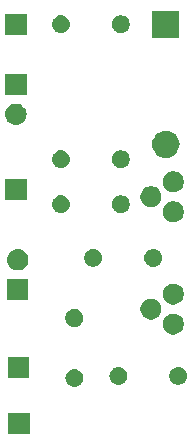
<source format=gbr>
G04 #@! TF.GenerationSoftware,KiCad,Pcbnew,(5.1.2)-2*
G04 #@! TF.CreationDate,2019-08-05T00:07:49-07:00*
G04 #@! TF.ProjectId,Pi LED and FAN,5069204c-4544-4206-916e-642046414e2e,rev?*
G04 #@! TF.SameCoordinates,Original*
G04 #@! TF.FileFunction,Soldermask,Top*
G04 #@! TF.FilePolarity,Negative*
%FSLAX46Y46*%
G04 Gerber Fmt 4.6, Leading zero omitted, Abs format (unit mm)*
G04 Created by KiCad (PCBNEW (5.1.2)-2) date 2019-08-05 00:07:49*
%MOMM*%
%LPD*%
G04 APERTURE LIST*
%ADD10C,0.100000*%
G04 APERTURE END LIST*
D10*
G36*
X123075000Y-113423000D02*
G01*
X121273000Y-113423000D01*
X121273000Y-111621000D01*
X123075000Y-111621000D01*
X123075000Y-113423000D01*
X123075000Y-113423000D01*
G37*
G36*
X126943665Y-107952622D02*
G01*
X127017222Y-107959867D01*
X127158786Y-108002810D01*
X127289252Y-108072546D01*
X127319040Y-108096992D01*
X127403607Y-108166393D01*
X127473008Y-108250960D01*
X127497454Y-108280748D01*
X127567190Y-108411214D01*
X127610133Y-108552778D01*
X127624633Y-108700000D01*
X127610133Y-108847222D01*
X127567190Y-108988786D01*
X127497454Y-109119252D01*
X127474309Y-109147454D01*
X127403607Y-109233607D01*
X127319040Y-109303008D01*
X127289252Y-109327454D01*
X127158786Y-109397190D01*
X127017222Y-109440133D01*
X126943665Y-109447378D01*
X126906888Y-109451000D01*
X126833112Y-109451000D01*
X126796335Y-109447378D01*
X126722778Y-109440133D01*
X126581214Y-109397190D01*
X126450748Y-109327454D01*
X126420960Y-109303008D01*
X126336393Y-109233607D01*
X126265691Y-109147454D01*
X126242546Y-109119252D01*
X126172810Y-108988786D01*
X126129867Y-108847222D01*
X126115367Y-108700000D01*
X126129867Y-108552778D01*
X126172810Y-108411214D01*
X126242546Y-108280748D01*
X126266992Y-108250960D01*
X126336393Y-108166393D01*
X126420960Y-108096992D01*
X126450748Y-108072546D01*
X126581214Y-108002810D01*
X126722778Y-107959867D01*
X126796335Y-107952622D01*
X126833112Y-107949000D01*
X126906888Y-107949000D01*
X126943665Y-107952622D01*
X126943665Y-107952622D01*
G37*
G36*
X135889059Y-107797860D02*
G01*
X135949294Y-107822810D01*
X136025732Y-107854472D01*
X136148735Y-107936660D01*
X136253340Y-108041265D01*
X136335528Y-108164268D01*
X136392140Y-108300941D01*
X136421000Y-108446033D01*
X136421000Y-108593967D01*
X136392140Y-108739059D01*
X136335528Y-108875732D01*
X136253340Y-108998735D01*
X136148735Y-109103340D01*
X136025732Y-109185528D01*
X136025731Y-109185529D01*
X136025730Y-109185529D01*
X135889059Y-109242140D01*
X135743968Y-109271000D01*
X135596032Y-109271000D01*
X135450941Y-109242140D01*
X135314270Y-109185529D01*
X135314269Y-109185529D01*
X135314268Y-109185528D01*
X135191265Y-109103340D01*
X135086660Y-108998735D01*
X135004472Y-108875732D01*
X134947860Y-108739059D01*
X134919000Y-108593967D01*
X134919000Y-108446033D01*
X134947860Y-108300941D01*
X135004472Y-108164268D01*
X135086660Y-108041265D01*
X135191265Y-107936660D01*
X135314268Y-107854472D01*
X135390707Y-107822810D01*
X135450941Y-107797860D01*
X135596032Y-107769000D01*
X135743968Y-107769000D01*
X135889059Y-107797860D01*
X135889059Y-107797860D01*
G37*
G36*
X130663665Y-107772622D02*
G01*
X130737222Y-107779867D01*
X130878786Y-107822810D01*
X131009252Y-107892546D01*
X131039040Y-107916992D01*
X131123607Y-107986393D01*
X131193008Y-108070960D01*
X131217454Y-108100748D01*
X131287190Y-108231214D01*
X131330133Y-108372778D01*
X131344633Y-108520000D01*
X131330133Y-108667222D01*
X131287190Y-108808786D01*
X131217454Y-108939252D01*
X131193008Y-108969040D01*
X131123607Y-109053607D01*
X131063004Y-109103341D01*
X131009252Y-109147454D01*
X130878786Y-109217190D01*
X130737222Y-109260133D01*
X130663665Y-109267378D01*
X130626888Y-109271000D01*
X130553112Y-109271000D01*
X130516335Y-109267378D01*
X130442778Y-109260133D01*
X130301214Y-109217190D01*
X130170748Y-109147454D01*
X130116996Y-109103341D01*
X130056393Y-109053607D01*
X129986992Y-108969040D01*
X129962546Y-108939252D01*
X129892810Y-108808786D01*
X129849867Y-108667222D01*
X129835367Y-108520000D01*
X129849867Y-108372778D01*
X129892810Y-108231214D01*
X129962546Y-108100748D01*
X129986992Y-108070960D01*
X130056393Y-107986393D01*
X130140960Y-107916992D01*
X130170748Y-107892546D01*
X130301214Y-107822810D01*
X130442778Y-107779867D01*
X130516335Y-107772622D01*
X130553112Y-107769000D01*
X130626888Y-107769000D01*
X130663665Y-107772622D01*
X130663665Y-107772622D01*
G37*
G36*
X123071000Y-108721000D02*
G01*
X121269000Y-108721000D01*
X121269000Y-106919000D01*
X123071000Y-106919000D01*
X123071000Y-108721000D01*
X123071000Y-108721000D01*
G37*
G36*
X135514369Y-103284971D02*
G01*
X135676195Y-103352002D01*
X135821829Y-103449311D01*
X135945689Y-103573171D01*
X136042998Y-103718805D01*
X136110029Y-103880631D01*
X136144200Y-104052420D01*
X136144200Y-104227580D01*
X136110029Y-104399369D01*
X136042998Y-104561195D01*
X135945689Y-104706829D01*
X135821829Y-104830689D01*
X135676195Y-104927998D01*
X135514369Y-104995029D01*
X135342580Y-105029200D01*
X135167420Y-105029200D01*
X134995631Y-104995029D01*
X134833805Y-104927998D01*
X134688171Y-104830689D01*
X134564311Y-104706829D01*
X134467002Y-104561195D01*
X134399971Y-104399369D01*
X134365800Y-104227580D01*
X134365800Y-104052420D01*
X134399971Y-103880631D01*
X134467002Y-103718805D01*
X134564311Y-103573171D01*
X134688171Y-103449311D01*
X134833805Y-103352002D01*
X134995631Y-103284971D01*
X135167420Y-103250800D01*
X135342580Y-103250800D01*
X135514369Y-103284971D01*
X135514369Y-103284971D01*
G37*
G36*
X127089059Y-102897860D02*
G01*
X127225732Y-102954472D01*
X127348735Y-103036660D01*
X127453340Y-103141265D01*
X127453341Y-103141267D01*
X127535529Y-103264270D01*
X127544104Y-103284972D01*
X127592140Y-103400941D01*
X127621000Y-103546033D01*
X127621000Y-103693967D01*
X127592140Y-103839059D01*
X127535528Y-103975732D01*
X127453340Y-104098735D01*
X127348735Y-104203340D01*
X127225732Y-104285528D01*
X127225731Y-104285529D01*
X127225730Y-104285529D01*
X127089059Y-104342140D01*
X126943968Y-104371000D01*
X126796032Y-104371000D01*
X126650941Y-104342140D01*
X126514270Y-104285529D01*
X126514269Y-104285529D01*
X126514268Y-104285528D01*
X126391265Y-104203340D01*
X126286660Y-104098735D01*
X126204472Y-103975732D01*
X126147860Y-103839059D01*
X126119000Y-103693967D01*
X126119000Y-103546033D01*
X126147860Y-103400941D01*
X126195896Y-103284972D01*
X126204471Y-103264270D01*
X126286659Y-103141267D01*
X126286660Y-103141265D01*
X126391265Y-103036660D01*
X126514268Y-102954472D01*
X126650941Y-102897860D01*
X126796032Y-102869000D01*
X126943968Y-102869000D01*
X127089059Y-102897860D01*
X127089059Y-102897860D01*
G37*
G36*
X133609369Y-102014971D02*
G01*
X133771195Y-102082002D01*
X133916829Y-102179311D01*
X134040689Y-102303171D01*
X134137998Y-102448805D01*
X134205029Y-102610631D01*
X134239200Y-102782420D01*
X134239200Y-102957580D01*
X134205029Y-103129369D01*
X134137998Y-103291195D01*
X134040689Y-103436829D01*
X133916829Y-103560689D01*
X133771195Y-103657998D01*
X133609369Y-103725029D01*
X133437580Y-103759200D01*
X133262420Y-103759200D01*
X133090631Y-103725029D01*
X132928805Y-103657998D01*
X132783171Y-103560689D01*
X132659311Y-103436829D01*
X132562002Y-103291195D01*
X132494971Y-103129369D01*
X132460800Y-102957580D01*
X132460800Y-102782420D01*
X132494971Y-102610631D01*
X132562002Y-102448805D01*
X132659311Y-102303171D01*
X132783171Y-102179311D01*
X132928805Y-102082002D01*
X133090631Y-102014971D01*
X133262420Y-101980800D01*
X133437580Y-101980800D01*
X133609369Y-102014971D01*
X133609369Y-102014971D01*
G37*
G36*
X135514369Y-100744971D02*
G01*
X135676195Y-100812002D01*
X135821829Y-100909311D01*
X135945689Y-101033171D01*
X136042998Y-101178805D01*
X136110029Y-101340631D01*
X136144200Y-101512420D01*
X136144200Y-101687580D01*
X136110029Y-101859369D01*
X136042998Y-102021195D01*
X135945689Y-102166829D01*
X135821829Y-102290689D01*
X135676195Y-102387998D01*
X135514369Y-102455029D01*
X135342580Y-102489200D01*
X135167420Y-102489200D01*
X134995631Y-102455029D01*
X134833805Y-102387998D01*
X134688171Y-102290689D01*
X134564311Y-102166829D01*
X134467002Y-102021195D01*
X134399971Y-101859369D01*
X134365800Y-101687580D01*
X134365800Y-101512420D01*
X134399971Y-101340631D01*
X134467002Y-101178805D01*
X134564311Y-101033171D01*
X134688171Y-100909311D01*
X134833805Y-100812002D01*
X134995631Y-100744971D01*
X135167420Y-100710800D01*
X135342580Y-100710800D01*
X135514369Y-100744971D01*
X135514369Y-100744971D01*
G37*
G36*
X122971000Y-102121000D02*
G01*
X121169000Y-102121000D01*
X121169000Y-100319000D01*
X122971000Y-100319000D01*
X122971000Y-102121000D01*
X122971000Y-102121000D01*
G37*
G36*
X122180443Y-97785519D02*
G01*
X122246627Y-97792037D01*
X122416466Y-97843557D01*
X122572991Y-97927222D01*
X122584491Y-97936660D01*
X122710186Y-98039814D01*
X122793448Y-98141271D01*
X122822778Y-98177009D01*
X122906443Y-98333534D01*
X122957963Y-98503373D01*
X122975359Y-98680000D01*
X122957963Y-98856627D01*
X122906443Y-99026466D01*
X122822778Y-99182991D01*
X122820695Y-99185529D01*
X122710186Y-99320186D01*
X122608729Y-99403448D01*
X122572991Y-99432778D01*
X122416466Y-99516443D01*
X122246627Y-99567963D01*
X122180443Y-99574481D01*
X122114260Y-99581000D01*
X122025740Y-99581000D01*
X121959558Y-99574482D01*
X121893373Y-99567963D01*
X121723534Y-99516443D01*
X121567009Y-99432778D01*
X121531271Y-99403448D01*
X121429814Y-99320186D01*
X121319305Y-99185529D01*
X121317222Y-99182991D01*
X121233557Y-99026466D01*
X121182037Y-98856627D01*
X121164641Y-98680000D01*
X121182037Y-98503373D01*
X121233557Y-98333534D01*
X121317222Y-98177009D01*
X121346552Y-98141271D01*
X121429814Y-98039814D01*
X121555509Y-97936660D01*
X121567009Y-97927222D01*
X121723534Y-97843557D01*
X121893373Y-97792037D01*
X121959557Y-97785519D01*
X122025740Y-97779000D01*
X122114260Y-97779000D01*
X122180443Y-97785519D01*
X122180443Y-97785519D01*
G37*
G36*
X128689059Y-97797860D02*
G01*
X128799384Y-97843558D01*
X128825732Y-97854472D01*
X128948735Y-97936660D01*
X129053340Y-98041265D01*
X129135528Y-98164268D01*
X129135529Y-98164270D01*
X129192140Y-98300941D01*
X129221000Y-98446032D01*
X129221000Y-98593968D01*
X129192140Y-98739059D01*
X129143443Y-98856625D01*
X129135528Y-98875732D01*
X129053340Y-98998735D01*
X128948735Y-99103340D01*
X128825732Y-99185528D01*
X128825731Y-99185529D01*
X128825730Y-99185529D01*
X128689059Y-99242140D01*
X128543968Y-99271000D01*
X128396032Y-99271000D01*
X128250941Y-99242140D01*
X128114270Y-99185529D01*
X128114269Y-99185529D01*
X128114268Y-99185528D01*
X127991265Y-99103340D01*
X127886660Y-98998735D01*
X127804472Y-98875732D01*
X127796558Y-98856625D01*
X127747860Y-98739059D01*
X127719000Y-98593968D01*
X127719000Y-98446032D01*
X127747860Y-98300941D01*
X127804471Y-98164270D01*
X127804472Y-98164268D01*
X127886660Y-98041265D01*
X127991265Y-97936660D01*
X128114268Y-97854472D01*
X128140617Y-97843558D01*
X128250941Y-97797860D01*
X128396032Y-97769000D01*
X128543968Y-97769000D01*
X128689059Y-97797860D01*
X128689059Y-97797860D01*
G37*
G36*
X133623665Y-97772622D02*
G01*
X133697222Y-97779867D01*
X133838786Y-97822810D01*
X133969252Y-97892546D01*
X133999040Y-97916992D01*
X134083607Y-97986393D01*
X134153008Y-98070960D01*
X134177454Y-98100748D01*
X134247190Y-98231214D01*
X134290133Y-98372778D01*
X134304633Y-98520000D01*
X134290133Y-98667222D01*
X134247190Y-98808786D01*
X134177454Y-98939252D01*
X134153008Y-98969040D01*
X134083607Y-99053607D01*
X134023004Y-99103341D01*
X133969252Y-99147454D01*
X133838786Y-99217190D01*
X133697222Y-99260133D01*
X133623665Y-99267378D01*
X133586888Y-99271000D01*
X133513112Y-99271000D01*
X133476335Y-99267378D01*
X133402778Y-99260133D01*
X133261214Y-99217190D01*
X133130748Y-99147454D01*
X133076996Y-99103341D01*
X133016393Y-99053607D01*
X132946992Y-98969040D01*
X132922546Y-98939252D01*
X132852810Y-98808786D01*
X132809867Y-98667222D01*
X132795367Y-98520000D01*
X132809867Y-98372778D01*
X132852810Y-98231214D01*
X132922546Y-98100748D01*
X132946992Y-98070960D01*
X133016393Y-97986393D01*
X133100960Y-97916992D01*
X133130748Y-97892546D01*
X133261214Y-97822810D01*
X133402778Y-97779867D01*
X133476335Y-97772622D01*
X133513112Y-97769000D01*
X133586888Y-97769000D01*
X133623665Y-97772622D01*
X133623665Y-97772622D01*
G37*
G36*
X135514369Y-93759971D02*
G01*
X135676195Y-93827002D01*
X135821829Y-93924311D01*
X135945689Y-94048171D01*
X136042998Y-94193805D01*
X136110029Y-94355631D01*
X136144200Y-94527420D01*
X136144200Y-94702580D01*
X136110029Y-94874369D01*
X136042998Y-95036195D01*
X135945689Y-95181829D01*
X135821829Y-95305689D01*
X135676195Y-95402998D01*
X135514369Y-95470029D01*
X135342580Y-95504200D01*
X135167420Y-95504200D01*
X134995631Y-95470029D01*
X134833805Y-95402998D01*
X134688171Y-95305689D01*
X134564311Y-95181829D01*
X134467002Y-95036195D01*
X134399971Y-94874369D01*
X134365800Y-94702580D01*
X134365800Y-94527420D01*
X134399971Y-94355631D01*
X134467002Y-94193805D01*
X134564311Y-94048171D01*
X134688171Y-93924311D01*
X134833805Y-93827002D01*
X134995631Y-93759971D01*
X135167420Y-93725800D01*
X135342580Y-93725800D01*
X135514369Y-93759971D01*
X135514369Y-93759971D01*
G37*
G36*
X131029059Y-93257860D02*
G01*
X131089294Y-93282810D01*
X131165732Y-93314472D01*
X131288735Y-93396660D01*
X131393340Y-93501265D01*
X131475528Y-93624268D01*
X131532140Y-93760941D01*
X131561000Y-93906033D01*
X131561000Y-94053967D01*
X131532140Y-94199059D01*
X131475528Y-94335732D01*
X131393340Y-94458735D01*
X131288735Y-94563340D01*
X131165732Y-94645528D01*
X131165731Y-94645529D01*
X131165730Y-94645529D01*
X131029059Y-94702140D01*
X130883968Y-94731000D01*
X130736032Y-94731000D01*
X130590941Y-94702140D01*
X130454270Y-94645529D01*
X130454269Y-94645529D01*
X130454268Y-94645528D01*
X130331265Y-94563340D01*
X130226660Y-94458735D01*
X130144472Y-94335732D01*
X130087860Y-94199059D01*
X130059000Y-94053967D01*
X130059000Y-93906033D01*
X130087860Y-93760941D01*
X130144472Y-93624268D01*
X130226660Y-93501265D01*
X130331265Y-93396660D01*
X130454268Y-93314472D01*
X130530707Y-93282810D01*
X130590941Y-93257860D01*
X130736032Y-93229000D01*
X130883968Y-93229000D01*
X131029059Y-93257860D01*
X131029059Y-93257860D01*
G37*
G36*
X125803665Y-93232622D02*
G01*
X125877222Y-93239867D01*
X126018786Y-93282810D01*
X126149252Y-93352546D01*
X126179040Y-93376992D01*
X126263607Y-93446393D01*
X126333008Y-93530960D01*
X126357454Y-93560748D01*
X126427190Y-93691214D01*
X126470133Y-93832778D01*
X126484633Y-93980000D01*
X126470133Y-94127222D01*
X126427190Y-94268786D01*
X126357454Y-94399252D01*
X126333008Y-94429040D01*
X126263607Y-94513607D01*
X126203004Y-94563341D01*
X126149252Y-94607454D01*
X126018786Y-94677190D01*
X125877222Y-94720133D01*
X125803665Y-94727378D01*
X125766888Y-94731000D01*
X125693112Y-94731000D01*
X125656335Y-94727378D01*
X125582778Y-94720133D01*
X125441214Y-94677190D01*
X125310748Y-94607454D01*
X125256996Y-94563341D01*
X125196393Y-94513607D01*
X125126992Y-94429040D01*
X125102546Y-94399252D01*
X125032810Y-94268786D01*
X124989867Y-94127222D01*
X124975367Y-93980000D01*
X124989867Y-93832778D01*
X125032810Y-93691214D01*
X125102546Y-93560748D01*
X125126992Y-93530960D01*
X125196393Y-93446393D01*
X125280960Y-93376992D01*
X125310748Y-93352546D01*
X125441214Y-93282810D01*
X125582778Y-93239867D01*
X125656335Y-93232622D01*
X125693112Y-93229000D01*
X125766888Y-93229000D01*
X125803665Y-93232622D01*
X125803665Y-93232622D01*
G37*
G36*
X133609369Y-92489971D02*
G01*
X133771195Y-92557002D01*
X133916829Y-92654311D01*
X134040689Y-92778171D01*
X134137998Y-92923805D01*
X134205029Y-93085631D01*
X134239200Y-93257420D01*
X134239200Y-93432580D01*
X134205029Y-93604369D01*
X134137998Y-93766195D01*
X134040689Y-93911829D01*
X133916829Y-94035689D01*
X133771195Y-94132998D01*
X133609369Y-94200029D01*
X133437580Y-94234200D01*
X133262420Y-94234200D01*
X133090631Y-94200029D01*
X132928805Y-94132998D01*
X132783171Y-94035689D01*
X132659311Y-93911829D01*
X132562002Y-93766195D01*
X132494971Y-93604369D01*
X132460800Y-93432580D01*
X132460800Y-93257420D01*
X132494971Y-93085631D01*
X132562002Y-92923805D01*
X132659311Y-92778171D01*
X132783171Y-92654311D01*
X132928805Y-92557002D01*
X133090631Y-92489971D01*
X133262420Y-92455800D01*
X133437580Y-92455800D01*
X133609369Y-92489971D01*
X133609369Y-92489971D01*
G37*
G36*
X122821000Y-93611000D02*
G01*
X121019000Y-93611000D01*
X121019000Y-91809000D01*
X122821000Y-91809000D01*
X122821000Y-93611000D01*
X122821000Y-93611000D01*
G37*
G36*
X135514369Y-91219971D02*
G01*
X135676195Y-91287002D01*
X135821829Y-91384311D01*
X135945689Y-91508171D01*
X136042998Y-91653805D01*
X136110029Y-91815631D01*
X136144200Y-91987420D01*
X136144200Y-92162580D01*
X136110029Y-92334369D01*
X136042998Y-92496195D01*
X135945689Y-92641829D01*
X135821829Y-92765689D01*
X135676195Y-92862998D01*
X135514369Y-92930029D01*
X135342580Y-92964200D01*
X135167420Y-92964200D01*
X134995631Y-92930029D01*
X134833805Y-92862998D01*
X134688171Y-92765689D01*
X134564311Y-92641829D01*
X134467002Y-92496195D01*
X134399971Y-92334369D01*
X134365800Y-92162580D01*
X134365800Y-91987420D01*
X134399971Y-91815631D01*
X134467002Y-91653805D01*
X134564311Y-91508171D01*
X134688171Y-91384311D01*
X134833805Y-91287002D01*
X134995631Y-91219971D01*
X135167420Y-91185800D01*
X135342580Y-91185800D01*
X135514369Y-91219971D01*
X135514369Y-91219971D01*
G37*
G36*
X131029059Y-89447860D02*
G01*
X131089294Y-89472810D01*
X131165732Y-89504472D01*
X131288735Y-89586660D01*
X131393340Y-89691265D01*
X131475528Y-89814268D01*
X131532140Y-89950941D01*
X131561000Y-90096033D01*
X131561000Y-90243967D01*
X131532140Y-90389059D01*
X131475528Y-90525732D01*
X131393340Y-90648735D01*
X131288735Y-90753340D01*
X131165732Y-90835528D01*
X131165731Y-90835529D01*
X131165730Y-90835529D01*
X131029059Y-90892140D01*
X130883968Y-90921000D01*
X130736032Y-90921000D01*
X130590941Y-90892140D01*
X130454270Y-90835529D01*
X130454269Y-90835529D01*
X130454268Y-90835528D01*
X130331265Y-90753340D01*
X130226660Y-90648735D01*
X130144472Y-90525732D01*
X130087860Y-90389059D01*
X130059000Y-90243967D01*
X130059000Y-90096033D01*
X130087860Y-89950941D01*
X130144472Y-89814268D01*
X130226660Y-89691265D01*
X130331265Y-89586660D01*
X130454268Y-89504472D01*
X130530707Y-89472810D01*
X130590941Y-89447860D01*
X130736032Y-89419000D01*
X130883968Y-89419000D01*
X131029059Y-89447860D01*
X131029059Y-89447860D01*
G37*
G36*
X125803665Y-89422622D02*
G01*
X125877222Y-89429867D01*
X126018786Y-89472810D01*
X126149252Y-89542546D01*
X126179040Y-89566992D01*
X126263607Y-89636393D01*
X126330429Y-89717818D01*
X126357454Y-89750748D01*
X126427190Y-89881214D01*
X126470133Y-90022778D01*
X126484633Y-90170000D01*
X126470133Y-90317222D01*
X126427190Y-90458786D01*
X126357454Y-90589252D01*
X126333008Y-90619040D01*
X126263607Y-90703607D01*
X126203004Y-90753341D01*
X126149252Y-90797454D01*
X126018786Y-90867190D01*
X125877222Y-90910133D01*
X125803665Y-90917378D01*
X125766888Y-90921000D01*
X125693112Y-90921000D01*
X125656335Y-90917378D01*
X125582778Y-90910133D01*
X125441214Y-90867190D01*
X125310748Y-90797454D01*
X125256996Y-90753341D01*
X125196393Y-90703607D01*
X125126992Y-90619040D01*
X125102546Y-90589252D01*
X125032810Y-90458786D01*
X124989867Y-90317222D01*
X124975367Y-90170000D01*
X124989867Y-90022778D01*
X125032810Y-89881214D01*
X125102546Y-89750748D01*
X125129571Y-89717818D01*
X125196393Y-89636393D01*
X125280960Y-89566992D01*
X125310748Y-89542546D01*
X125441214Y-89472810D01*
X125582778Y-89429867D01*
X125656335Y-89422622D01*
X125693112Y-89419000D01*
X125766888Y-89419000D01*
X125803665Y-89422622D01*
X125803665Y-89422622D01*
G37*
G36*
X134789271Y-87760103D02*
G01*
X134845635Y-87765654D01*
X135062600Y-87831470D01*
X135062602Y-87831471D01*
X135262555Y-87938347D01*
X135437818Y-88082182D01*
X135581653Y-88257445D01*
X135688529Y-88457398D01*
X135754346Y-88674366D01*
X135776569Y-88900000D01*
X135754346Y-89125634D01*
X135688529Y-89342602D01*
X135581653Y-89542555D01*
X135437818Y-89717818D01*
X135262555Y-89861653D01*
X135095507Y-89950941D01*
X135062600Y-89968530D01*
X134845635Y-90034346D01*
X134789271Y-90039897D01*
X134676545Y-90051000D01*
X134563455Y-90051000D01*
X134450729Y-90039897D01*
X134394365Y-90034346D01*
X134177400Y-89968530D01*
X134144493Y-89950941D01*
X133977445Y-89861653D01*
X133802182Y-89717818D01*
X133658347Y-89542555D01*
X133551471Y-89342602D01*
X133485654Y-89125634D01*
X133463431Y-88900000D01*
X133485654Y-88674366D01*
X133551471Y-88457398D01*
X133658347Y-88257445D01*
X133802182Y-88082182D01*
X133977445Y-87938347D01*
X134177398Y-87831471D01*
X134177400Y-87831470D01*
X134394365Y-87765654D01*
X134450729Y-87760103D01*
X134563455Y-87749000D01*
X134676545Y-87749000D01*
X134789271Y-87760103D01*
X134789271Y-87760103D01*
G37*
G36*
X122030442Y-85465518D02*
G01*
X122096627Y-85472037D01*
X122266466Y-85523557D01*
X122422991Y-85607222D01*
X122458729Y-85636552D01*
X122560186Y-85719814D01*
X122643448Y-85821271D01*
X122672778Y-85857009D01*
X122756443Y-86013534D01*
X122807963Y-86183373D01*
X122825359Y-86360000D01*
X122807963Y-86536627D01*
X122756443Y-86706466D01*
X122672778Y-86862991D01*
X122643448Y-86898729D01*
X122560186Y-87000186D01*
X122458729Y-87083448D01*
X122422991Y-87112778D01*
X122266466Y-87196443D01*
X122096627Y-87247963D01*
X122030442Y-87254482D01*
X121964260Y-87261000D01*
X121875740Y-87261000D01*
X121809558Y-87254482D01*
X121743373Y-87247963D01*
X121573534Y-87196443D01*
X121417009Y-87112778D01*
X121381271Y-87083448D01*
X121279814Y-87000186D01*
X121196552Y-86898729D01*
X121167222Y-86862991D01*
X121083557Y-86706466D01*
X121032037Y-86536627D01*
X121014641Y-86360000D01*
X121032037Y-86183373D01*
X121083557Y-86013534D01*
X121167222Y-85857009D01*
X121196552Y-85821271D01*
X121279814Y-85719814D01*
X121381271Y-85636552D01*
X121417009Y-85607222D01*
X121573534Y-85523557D01*
X121743373Y-85472037D01*
X121809558Y-85465518D01*
X121875740Y-85459000D01*
X121964260Y-85459000D01*
X122030442Y-85465518D01*
X122030442Y-85465518D01*
G37*
G36*
X122821000Y-84721000D02*
G01*
X121019000Y-84721000D01*
X121019000Y-82919000D01*
X122821000Y-82919000D01*
X122821000Y-84721000D01*
X122821000Y-84721000D01*
G37*
G36*
X135771000Y-79891000D02*
G01*
X133469000Y-79891000D01*
X133469000Y-77589000D01*
X135771000Y-77589000D01*
X135771000Y-79891000D01*
X135771000Y-79891000D01*
G37*
G36*
X122821000Y-79641000D02*
G01*
X121019000Y-79641000D01*
X121019000Y-77839000D01*
X122821000Y-77839000D01*
X122821000Y-79641000D01*
X122821000Y-79641000D01*
G37*
G36*
X125803665Y-77992622D02*
G01*
X125877222Y-77999867D01*
X126018786Y-78042810D01*
X126149252Y-78112546D01*
X126179040Y-78136992D01*
X126263607Y-78206393D01*
X126333008Y-78290960D01*
X126357454Y-78320748D01*
X126427190Y-78451214D01*
X126470133Y-78592778D01*
X126484633Y-78740000D01*
X126470133Y-78887222D01*
X126427190Y-79028786D01*
X126357454Y-79159252D01*
X126333008Y-79189040D01*
X126263607Y-79273607D01*
X126203004Y-79323341D01*
X126149252Y-79367454D01*
X126018786Y-79437190D01*
X125877222Y-79480133D01*
X125803665Y-79487378D01*
X125766888Y-79491000D01*
X125693112Y-79491000D01*
X125656335Y-79487378D01*
X125582778Y-79480133D01*
X125441214Y-79437190D01*
X125310748Y-79367454D01*
X125256996Y-79323341D01*
X125196393Y-79273607D01*
X125126992Y-79189040D01*
X125102546Y-79159252D01*
X125032810Y-79028786D01*
X124989867Y-78887222D01*
X124975367Y-78740000D01*
X124989867Y-78592778D01*
X125032810Y-78451214D01*
X125102546Y-78320748D01*
X125126992Y-78290960D01*
X125196393Y-78206393D01*
X125280960Y-78136992D01*
X125310748Y-78112546D01*
X125441214Y-78042810D01*
X125582778Y-77999867D01*
X125656335Y-77992622D01*
X125693112Y-77989000D01*
X125766888Y-77989000D01*
X125803665Y-77992622D01*
X125803665Y-77992622D01*
G37*
G36*
X131029059Y-78017860D02*
G01*
X131089294Y-78042810D01*
X131165732Y-78074472D01*
X131288735Y-78156660D01*
X131393340Y-78261265D01*
X131475528Y-78384268D01*
X131532140Y-78520941D01*
X131561000Y-78666033D01*
X131561000Y-78813967D01*
X131532140Y-78959059D01*
X131475528Y-79095732D01*
X131393340Y-79218735D01*
X131288735Y-79323340D01*
X131165732Y-79405528D01*
X131165731Y-79405529D01*
X131165730Y-79405529D01*
X131029059Y-79462140D01*
X130883968Y-79491000D01*
X130736032Y-79491000D01*
X130590941Y-79462140D01*
X130454270Y-79405529D01*
X130454269Y-79405529D01*
X130454268Y-79405528D01*
X130331265Y-79323340D01*
X130226660Y-79218735D01*
X130144472Y-79095732D01*
X130087860Y-78959059D01*
X130059000Y-78813967D01*
X130059000Y-78666033D01*
X130087860Y-78520941D01*
X130144472Y-78384268D01*
X130226660Y-78261265D01*
X130331265Y-78156660D01*
X130454268Y-78074472D01*
X130530707Y-78042810D01*
X130590941Y-78017860D01*
X130736032Y-77989000D01*
X130883968Y-77989000D01*
X131029059Y-78017860D01*
X131029059Y-78017860D01*
G37*
M02*

</source>
